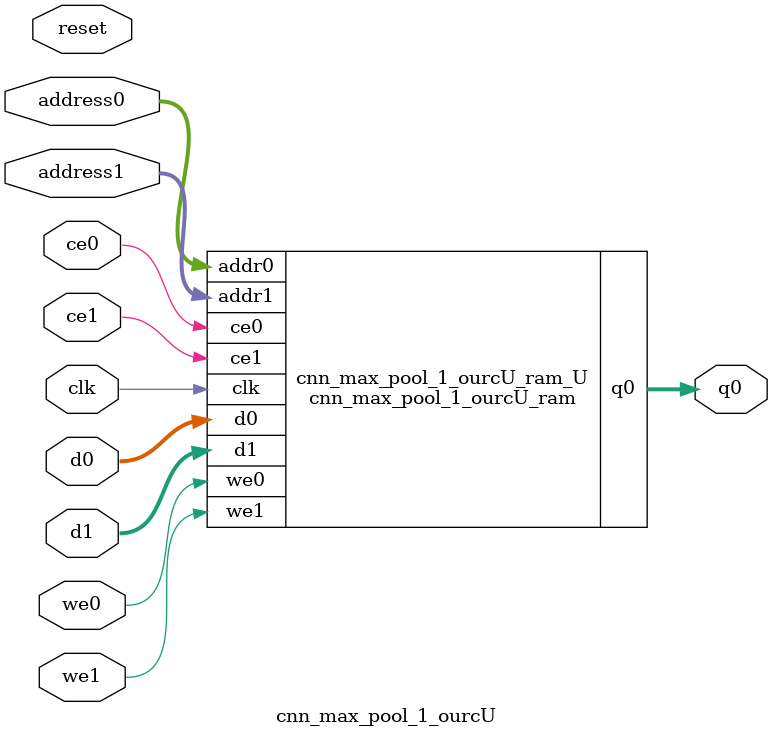
<source format=v>
`timescale 1 ns / 1 ps
module cnn_max_pool_1_ourcU_ram (addr0, ce0, d0, we0, q0, addr1, ce1, d1, we1,  clk);

parameter DWIDTH = 14;
parameter AWIDTH = 8;
parameter MEM_SIZE = 156;

input[AWIDTH-1:0] addr0;
input ce0;
input[DWIDTH-1:0] d0;
input we0;
output reg[DWIDTH-1:0] q0;
input[AWIDTH-1:0] addr1;
input ce1;
input[DWIDTH-1:0] d1;
input we1;
input clk;

(* ram_style = "block" *)reg [DWIDTH-1:0] ram[0:MEM_SIZE-1];




always @(posedge clk)  
begin 
    if (ce0) 
    begin
        if (we0) 
        begin 
            ram[addr0] <= d0; 
        end 
        q0 <= ram[addr0];
    end
end


always @(posedge clk)  
begin 
    if (ce1) 
    begin
        if (we1) 
        begin 
            ram[addr1] <= d1; 
        end 
    end
end


endmodule

`timescale 1 ns / 1 ps
module cnn_max_pool_1_ourcU(
    reset,
    clk,
    address0,
    ce0,
    we0,
    d0,
    q0,
    address1,
    ce1,
    we1,
    d1);

parameter DataWidth = 32'd14;
parameter AddressRange = 32'd156;
parameter AddressWidth = 32'd8;
input reset;
input clk;
input[AddressWidth - 1:0] address0;
input ce0;
input we0;
input[DataWidth - 1:0] d0;
output[DataWidth - 1:0] q0;
input[AddressWidth - 1:0] address1;
input ce1;
input we1;
input[DataWidth - 1:0] d1;



cnn_max_pool_1_ourcU_ram cnn_max_pool_1_ourcU_ram_U(
    .clk( clk ),
    .addr0( address0 ),
    .ce0( ce0 ),
    .we0( we0 ),
    .d0( d0 ),
    .q0( q0 ),
    .addr1( address1 ),
    .ce1( ce1 ),
    .we1( we1 ),
    .d1( d1 ));

endmodule


</source>
